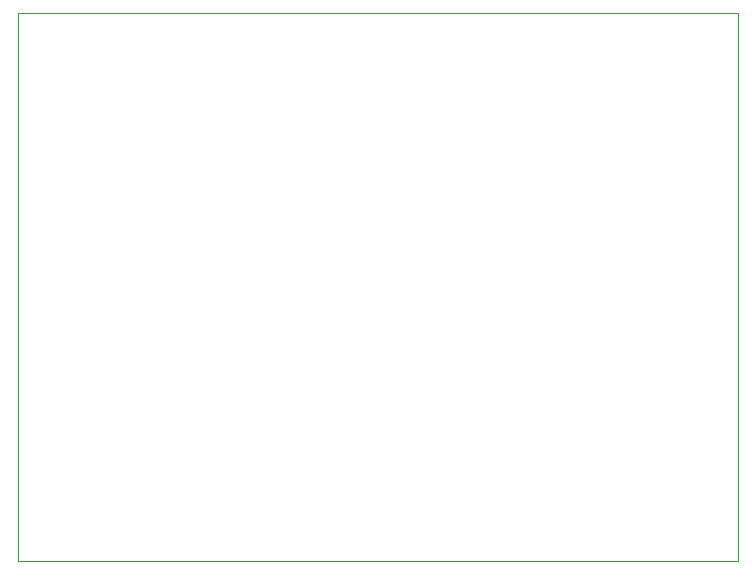
<source format=gbr>
%TF.GenerationSoftware,KiCad,Pcbnew,(5.1.10)-1*%
%TF.CreationDate,2021-08-29T18:49:46-07:00*%
%TF.ProjectId,Solar Charger,536f6c61-7220-4436-9861-726765722e6b,rev?*%
%TF.SameCoordinates,Original*%
%TF.FileFunction,Profile,NP*%
%FSLAX46Y46*%
G04 Gerber Fmt 4.6, Leading zero omitted, Abs format (unit mm)*
G04 Created by KiCad (PCBNEW (5.1.10)-1) date 2021-08-29 18:49:46*
%MOMM*%
%LPD*%
G01*
G04 APERTURE LIST*
%TA.AperFunction,Profile*%
%ADD10C,0.050000*%
%TD*%
G04 APERTURE END LIST*
D10*
X67945000Y-52070000D02*
X69215000Y-52070000D01*
X67945000Y-98425000D02*
X67945000Y-52070000D01*
X128905000Y-98425000D02*
X67945000Y-98425000D01*
X128905000Y-52070000D02*
X128905000Y-98425000D01*
X69215000Y-52070000D02*
X128905000Y-52070000D01*
M02*

</source>
